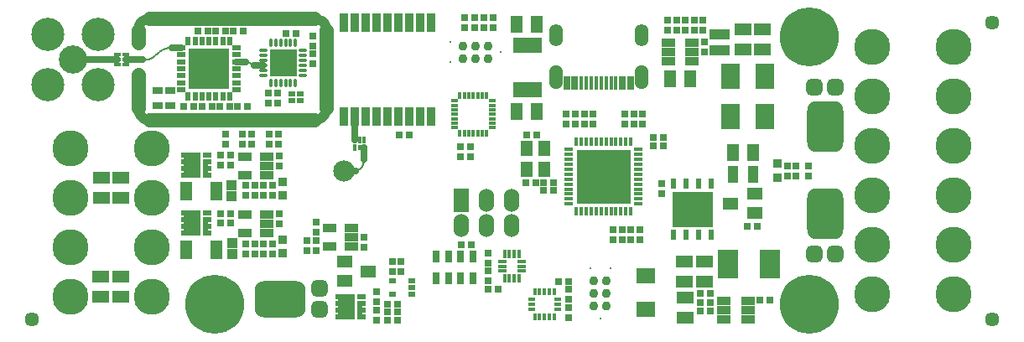
<source format=gts>
G04*
G04 #@! TF.GenerationSoftware,Altium Limited,Altium Designer,20.0.2 (26)*
G04*
G04 Layer_Color=8388736*
%FSLAX25Y25*%
%MOIN*%
G70*
G01*
G75*
%ADD73C,0.00660*%
%ADD74C,0.03937*%
%ADD75R,0.07284X0.10433*%
%ADD76R,0.03347X0.03347*%
%ADD77R,0.06496X0.04528*%
%ADD78R,0.07284X0.06102*%
%ADD79R,0.05315X0.03347*%
%ADD80R,0.21457X0.21457*%
%ADD81O,0.01575X0.03740*%
%ADD82O,0.03740X0.01575*%
%ADD83R,0.03347X0.07677*%
%ADD84R,0.03740X0.07677*%
%ADD85R,0.01378X0.02559*%
%ADD86R,0.01378X0.02362*%
G04:AMPARAMS|DCode=87|XSize=202.76mil|YSize=143.7mil|CornerRadius=37.4mil|HoleSize=0mil|Usage=FLASHONLY|Rotation=90.000|XOffset=0mil|YOffset=0mil|HoleType=Round|Shape=RoundedRectangle|*
%AMROUNDEDRECTD87*
21,1,0.20276,0.06890,0,0,90.0*
21,1,0.12795,0.14370,0,0,90.0*
1,1,0.07480,0.03445,0.06398*
1,1,0.07480,0.03445,-0.06398*
1,1,0.07480,-0.03445,-0.06398*
1,1,0.07480,-0.03445,0.06398*
%
%ADD87ROUNDEDRECTD87*%
G04:AMPARAMS|DCode=88|XSize=64.96mil|YSize=64.96mil|CornerRadius=17.72mil|HoleSize=0mil|Usage=FLASHONLY|Rotation=90.000|XOffset=0mil|YOffset=0mil|HoleType=Round|Shape=RoundedRectangle|*
%AMROUNDEDRECTD88*
21,1,0.06496,0.02953,0,0,90.0*
21,1,0.02953,0.06496,0,0,90.0*
1,1,0.03543,0.01476,0.01476*
1,1,0.03543,0.01476,-0.01476*
1,1,0.03543,-0.01476,-0.01476*
1,1,0.03543,-0.01476,0.01476*
%
%ADD88ROUNDEDRECTD88*%
G04:AMPARAMS|DCode=89|XSize=202.76mil|YSize=143.7mil|CornerRadius=37.4mil|HoleSize=0mil|Usage=FLASHONLY|Rotation=180.000|XOffset=0mil|YOffset=0mil|HoleType=Round|Shape=RoundedRectangle|*
%AMROUNDEDRECTD89*
21,1,0.20276,0.06890,0,0,180.0*
21,1,0.12795,0.14370,0,0,180.0*
1,1,0.07480,-0.06398,0.03445*
1,1,0.07480,0.06398,0.03445*
1,1,0.07480,0.06398,-0.03445*
1,1,0.07480,-0.06398,-0.03445*
%
%ADD89ROUNDEDRECTD89*%
G04:AMPARAMS|DCode=90|XSize=64.96mil|YSize=64.96mil|CornerRadius=17.72mil|HoleSize=0mil|Usage=FLASHONLY|Rotation=180.000|XOffset=0mil|YOffset=0mil|HoleType=Round|Shape=RoundedRectangle|*
%AMROUNDEDRECTD90*
21,1,0.06496,0.02953,0,0,180.0*
21,1,0.02953,0.06496,0,0,180.0*
1,1,0.03543,-0.01476,0.01476*
1,1,0.03543,0.01476,0.01476*
1,1,0.03543,0.01476,-0.01476*
1,1,0.03543,-0.01476,-0.01476*
%
%ADD90ROUNDEDRECTD90*%
%ADD91R,0.02591X0.02991*%
%ADD92R,0.01772X0.05512*%
%ADD93C,0.03689*%
%ADD94R,0.02953X0.05512*%
%ADD95R,0.11430X0.04737*%
%ADD96R,0.02991X0.02591*%
%ADD97R,0.11614X0.06496*%
%ADD98R,0.05091X0.07091*%
%ADD99R,0.04091X0.07091*%
%ADD100R,0.02559X0.02165*%
%ADD101R,0.03740X0.01968*%
%ADD102R,0.02362X0.07205*%
%ADD103R,0.06693X0.09882*%
%ADD104R,0.07091X0.05091*%
%ADD105R,0.04134X0.04134*%
%ADD106R,0.04591X0.07591*%
%ADD107O,0.01457X0.03347*%
%ADD108O,0.03347X0.01457*%
%ADD109R,0.11142X0.11142*%
%ADD110R,0.02756X0.01772*%
%ADD111R,0.01772X0.02756*%
%ADD112R,0.04091X0.03091*%
%ADD113R,0.02756X0.01575*%
%ADD114R,0.15847X0.15847*%
%ADD115R,0.03347X0.02165*%
%ADD116R,0.02165X0.03347*%
%ADD117R,0.16339X0.13976*%
%ADD118R,0.02362X0.04134*%
%ADD119R,0.02953X0.02244*%
%ADD120R,0.08465X0.11575*%
%ADD121R,0.08465X0.03937*%
%ADD122R,0.04921X0.06102*%
%ADD123R,0.02559X0.01575*%
%ADD124R,0.01575X0.02559*%
%ADD125R,0.01575X0.03248*%
%ADD126R,0.03248X0.01575*%
%ADD127R,0.02953X0.04921*%
%ADD128C,0.02628*%
%ADD129C,0.03022*%
%ADD130C,0.05512*%
%ADD131C,0.05701*%
%ADD132C,0.00984*%
%ADD133C,0.00591*%
%ADD134O,0.05315X0.08858*%
%ADD135O,0.05315X0.09646*%
%ADD136O,0.06102X0.09252*%
%ADD137R,0.06102X0.09252*%
%ADD138C,0.08465*%
%ADD139C,0.13189*%
%ADD140C,0.11221*%
%ADD141C,0.14370*%
%ADD142C,0.23425*%
D73*
X-62137Y0D02*
X-61108Y205D01*
X-60236Y787D01*
X-59568Y1602D01*
X-59071Y2532D01*
X-58765Y3540D01*
X-58661Y4589D01*
X-103937Y42520D02*
X-103283Y42083D01*
X-102511Y41929D01*
X-103937Y42520D02*
X-104809Y43102D01*
X-105838Y43307D01*
X-135310Y48819D02*
X-136341Y48751D01*
X-137355Y48550D01*
X-138333Y48217D01*
X-139261Y47760D01*
X-140120Y47186D01*
X-140897Y46505D01*
X-146715Y44094D02*
X-145641Y44165D01*
X-144586Y44375D01*
X-143567Y44721D01*
X-142601Y45197D01*
X-141706Y45795D01*
X-140897Y46505D01*
D74*
X-73819Y24803D02*
X-73819D01*
X-78347Y20276D02*
X-77339Y20389D01*
X-76382Y20724D01*
X-75524Y21263D01*
X-74807Y21980D01*
X-74267Y22839D01*
X-73932Y23796D01*
X-73819Y24803D01*
X-73819Y55905D02*
X-73932Y56913D01*
X-74267Y57870D01*
X-74807Y58728D01*
X-75524Y59445D01*
X-76382Y59985D01*
X-77339Y60320D01*
X-78346Y60433D01*
X-148622Y24803D02*
X-148509Y23796D01*
X-148174Y22839D01*
X-147634Y21980D01*
X-146917Y21263D01*
X-146059Y20724D01*
X-145102Y20389D01*
X-144095Y20276D01*
X-148622Y55905D02*
X-148622Y55905D01*
X-144095Y60433D02*
X-145102Y60320D01*
X-146059Y59985D01*
X-146917Y59445D01*
X-147634Y58728D01*
X-148174Y57870D01*
X-148509Y56913D01*
X-148622Y55905D01*
D75*
X86713Y37445D02*
D03*
Y21697D02*
D03*
X100394Y21654D02*
D03*
Y37402D02*
D03*
D76*
X105512Y2756D02*
D03*
Y-2756D02*
D03*
X-91244Y-4330D02*
D03*
Y-9842D02*
D03*
X-91241Y-32929D02*
D03*
Y-27417D02*
D03*
D77*
X87008Y-12992D02*
D03*
X96457Y-16732D02*
D03*
Y-9252D02*
D03*
X-66489Y-43752D02*
D03*
Y-36271D02*
D03*
X-57040Y-40012D02*
D03*
D78*
X53150Y-55118D02*
D03*
Y-41732D02*
D03*
D79*
X-63779Y-26378D02*
D03*
X-72441Y-22638D02*
D03*
Y-30118D02*
D03*
X-63779Y-30118D02*
D03*
Y-22638D02*
D03*
X-97543Y5709D02*
D03*
Y-1772D02*
D03*
X-106205Y-1772D02*
D03*
Y5709D02*
D03*
X-97543Y1969D02*
D03*
X-97539Y-21118D02*
D03*
X-106201Y-17378D02*
D03*
Y-24858D02*
D03*
X-97539Y-24858D02*
D03*
Y-17378D02*
D03*
X84252Y-55512D02*
D03*
X93701Y-59252D02*
D03*
Y-55512D02*
D03*
Y-51772D02*
D03*
X84252D02*
D03*
Y-59252D02*
D03*
X62205Y47244D02*
D03*
X71653Y43504D02*
D03*
Y47244D02*
D03*
Y50984D02*
D03*
X62205D02*
D03*
Y43504D02*
D03*
D80*
X36417Y-2362D02*
D03*
D81*
X25591Y11417D02*
D03*
X27559D02*
D03*
X29528D02*
D03*
X31496D02*
D03*
X33465D02*
D03*
X35433D02*
D03*
X37402D02*
D03*
X39370D02*
D03*
X41339D02*
D03*
X43307D02*
D03*
X45276D02*
D03*
X47244D02*
D03*
Y-16142D02*
D03*
X45276D02*
D03*
X43307D02*
D03*
X41339D02*
D03*
X39370D02*
D03*
X37402D02*
D03*
X35433D02*
D03*
X33465D02*
D03*
X31496D02*
D03*
X29528D02*
D03*
X27559D02*
D03*
X25591D02*
D03*
D82*
X50197Y8465D02*
D03*
Y6496D02*
D03*
Y4528D02*
D03*
Y2559D02*
D03*
Y591D02*
D03*
Y-1378D02*
D03*
Y-3347D02*
D03*
Y-5315D02*
D03*
Y-7283D02*
D03*
Y-9252D02*
D03*
Y-11220D02*
D03*
Y-13189D02*
D03*
X22638D02*
D03*
Y-11220D02*
D03*
Y-9252D02*
D03*
Y-7283D02*
D03*
Y-5315D02*
D03*
Y-3347D02*
D03*
Y-1378D02*
D03*
Y591D02*
D03*
Y2559D02*
D03*
Y4528D02*
D03*
Y6496D02*
D03*
Y8465D02*
D03*
D83*
X-32283Y21457D02*
D03*
X-66929D02*
D03*
Y58858D02*
D03*
X-32283D02*
D03*
D84*
X-36614Y21457D02*
D03*
X-40945D02*
D03*
X-45276D02*
D03*
X-49606D02*
D03*
X-53937D02*
D03*
X-58268D02*
D03*
X-62598D02*
D03*
Y58858D02*
D03*
X-58268D02*
D03*
X-53937D02*
D03*
X-49606D02*
D03*
X-45276D02*
D03*
X-40945D02*
D03*
X-36614D02*
D03*
D85*
X-62598Y9154D02*
D03*
X-58661D02*
D03*
Y12106D02*
D03*
X-60630D02*
D03*
D86*
Y9154D02*
D03*
X-62598Y12106D02*
D03*
D87*
X124409Y-17224D02*
D03*
X124409Y17421D02*
D03*
D88*
X128504Y-32972D02*
D03*
X120315D02*
D03*
X128504Y33169D02*
D03*
X120315D02*
D03*
D89*
X-92126Y-50984D02*
D03*
D90*
X-76378Y-46890D02*
D03*
Y-55079D02*
D03*
D91*
X22472Y-44094D02*
D03*
X18473D02*
D03*
X-16553Y9422D02*
D03*
X-20553D02*
D03*
X-120835Y55512D02*
D03*
X-124835D02*
D03*
X60268Y13386D02*
D03*
X56268D02*
D03*
X-49398Y-59303D02*
D03*
X-45398D02*
D03*
X-44700Y14200D02*
D03*
X-40700D02*
D03*
X78772Y-55905D02*
D03*
X74772D02*
D03*
Y-52362D02*
D03*
X78772D02*
D03*
X-49398Y-56154D02*
D03*
X-45398D02*
D03*
X-115681Y-16949D02*
D03*
X-111681D02*
D03*
X-115685Y6137D02*
D03*
X-111685D02*
D03*
X-111681Y-20887D02*
D03*
X-115681D02*
D03*
X-111685Y2200D02*
D03*
X-115685D02*
D03*
X97669Y-22047D02*
D03*
X93669D02*
D03*
X78772Y-48819D02*
D03*
X74772D02*
D03*
X98394Y-51575D02*
D03*
X102394D02*
D03*
X60268Y9843D02*
D03*
X56268D02*
D03*
X12567Y-7874D02*
D03*
X16567D02*
D03*
X-16504Y5512D02*
D03*
X-20504D02*
D03*
X-85795Y54724D02*
D03*
X-89795D02*
D03*
X-45398Y-53004D02*
D03*
X-49398D02*
D03*
X12567Y-4724D02*
D03*
X16567D02*
D03*
X5480D02*
D03*
X9480D02*
D03*
X9874Y14173D02*
D03*
X5874D02*
D03*
X-9480Y-47244D02*
D03*
X-5480D02*
D03*
X-116173Y25591D02*
D03*
X-112173D02*
D03*
X-117748Y55512D02*
D03*
X-113748D02*
D03*
X-126347Y25591D02*
D03*
X-130347D02*
D03*
X-106661Y55512D02*
D03*
X-110661D02*
D03*
X-123260Y25591D02*
D03*
X-119260D02*
D03*
X-105087D02*
D03*
X-109087D02*
D03*
X-20110Y-29528D02*
D03*
X-16110D02*
D03*
D92*
X35433Y34744D02*
D03*
X37402D02*
D03*
X41339D02*
D03*
X39370D02*
D03*
X33465D02*
D03*
X31496D02*
D03*
X29528D02*
D03*
X27559D02*
D03*
D93*
X37677Y-53819D02*
D03*
X32677D02*
D03*
X37677Y-48819D02*
D03*
X32677D02*
D03*
X37677Y-43819D02*
D03*
X32677D02*
D03*
X-9567Y49606D02*
D03*
Y44606D02*
D03*
X-14567Y49606D02*
D03*
Y44606D02*
D03*
X-19567Y49606D02*
D03*
Y44606D02*
D03*
D94*
X47047Y34744D02*
D03*
X43898D02*
D03*
X25000D02*
D03*
X21850D02*
D03*
D95*
X-111221Y60433D02*
D03*
X-111221Y20276D02*
D03*
D96*
X-103543Y10598D02*
D03*
Y14598D02*
D03*
X-107087Y10598D02*
D03*
Y14598D02*
D03*
X43701Y-27591D02*
D03*
Y-23591D02*
D03*
X47244Y-27591D02*
D03*
Y-23591D02*
D03*
X-81496Y-31921D02*
D03*
Y-27921D02*
D03*
X-92913Y14598D02*
D03*
Y10598D02*
D03*
X-96457Y14598D02*
D03*
Y10598D02*
D03*
X-113779Y14598D02*
D03*
Y10598D02*
D03*
X-14961Y57055D02*
D03*
Y61055D02*
D03*
X-44248Y-40043D02*
D03*
Y-36043D02*
D03*
X-47398Y-40043D02*
D03*
Y-36043D02*
D03*
X-53937Y-48000D02*
D03*
Y-52000D02*
D03*
X61811Y59874D02*
D03*
Y55874D02*
D03*
X44882Y22472D02*
D03*
Y18472D02*
D03*
X32283Y22472D02*
D03*
Y18472D02*
D03*
X28740Y22472D02*
D03*
Y18472D02*
D03*
X48425D02*
D03*
Y22472D02*
D03*
X-11024Y61055D02*
D03*
Y57055D02*
D03*
X-53937Y-59480D02*
D03*
Y-55480D02*
D03*
X-95177Y-32961D02*
D03*
Y-28960D02*
D03*
X-95181Y-9874D02*
D03*
Y-5874D02*
D03*
X-92421Y-17150D02*
D03*
Y-21149D02*
D03*
X-92425Y5937D02*
D03*
Y1937D02*
D03*
X-102264Y-28960D02*
D03*
Y-32961D02*
D03*
X-102268Y-5874D02*
D03*
Y-9874D02*
D03*
X-105807Y-28960D02*
D03*
Y-32961D02*
D03*
X-105811Y-5874D02*
D03*
Y-9874D02*
D03*
X65354Y55874D02*
D03*
Y59874D02*
D03*
X51968Y22472D02*
D03*
Y18472D02*
D03*
X109449Y2000D02*
D03*
Y-2000D02*
D03*
X117717D02*
D03*
Y2000D02*
D03*
X40157Y-27591D02*
D03*
Y-23591D02*
D03*
X50787D02*
D03*
Y-27591D02*
D03*
X75984Y55874D02*
D03*
Y59874D02*
D03*
X72441Y55874D02*
D03*
Y59874D02*
D03*
X-18898Y57055D02*
D03*
Y61055D02*
D03*
X68898Y59874D02*
D03*
Y55874D02*
D03*
X76378Y51213D02*
D03*
Y47213D02*
D03*
X21654Y22472D02*
D03*
Y18472D02*
D03*
X25197Y22472D02*
D03*
Y18472D02*
D03*
X59449Y-9087D02*
D03*
Y-5087D02*
D03*
X-7500Y61000D02*
D03*
Y57000D02*
D03*
X-96850Y26740D02*
D03*
Y30740D02*
D03*
X-93307Y26740D02*
D03*
Y30740D02*
D03*
X-79134Y53575D02*
D03*
Y49575D02*
D03*
Y42488D02*
D03*
Y46488D02*
D03*
X-98721Y-28960D02*
D03*
Y-32961D02*
D03*
X-98724Y-5874D02*
D03*
Y-9874D02*
D03*
X112992Y-2000D02*
D03*
Y2000D02*
D03*
X-9449Y-36646D02*
D03*
Y-32646D02*
D03*
X22441Y-54299D02*
D03*
Y-58299D02*
D03*
Y-51213D02*
D03*
Y-47213D02*
D03*
X-9449Y-39732D02*
D03*
Y-43732D02*
D03*
X-77953Y-27921D02*
D03*
Y-31921D02*
D03*
Y-24441D02*
D03*
Y-20441D02*
D03*
X-58661Y-26346D02*
D03*
Y-30347D02*
D03*
D97*
X6299Y49803D02*
D03*
Y32087D02*
D03*
D98*
X9843Y58268D02*
D03*
X1843D02*
D03*
X9905Y23622D02*
D03*
X1905D02*
D03*
X87732Y7087D02*
D03*
X95732D02*
D03*
X62929Y36614D02*
D03*
X70929D02*
D03*
D99*
X87732Y-1575D02*
D03*
X95732D02*
D03*
D100*
X-87402Y30512D02*
D03*
Y27756D02*
D03*
X-84252Y30512D02*
D03*
Y27756D02*
D03*
D101*
X-121063Y-16929D02*
D03*
Y-19567D02*
D03*
Y-22205D02*
D03*
Y-24843D02*
D03*
X-129921D02*
D03*
Y-22205D02*
D03*
Y-19567D02*
D03*
Y-16929D02*
D03*
X-121067Y6157D02*
D03*
Y3520D02*
D03*
Y882D02*
D03*
Y-1756D02*
D03*
X-129925D02*
D03*
Y882D02*
D03*
Y3520D02*
D03*
Y6157D02*
D03*
X-59744Y-50137D02*
D03*
Y-52775D02*
D03*
Y-55413D02*
D03*
Y-58051D02*
D03*
X-68602D02*
D03*
Y-55413D02*
D03*
Y-52775D02*
D03*
Y-50137D02*
D03*
D102*
X-121763Y-22229D02*
D03*
X-121767Y857D02*
D03*
X-60444Y-55437D02*
D03*
D103*
X-127067Y-20886D02*
D03*
X-127071Y2201D02*
D03*
X-65748Y-54094D02*
D03*
D104*
X-163386Y-42063D02*
D03*
Y-50063D02*
D03*
X-155512Y-42063D02*
D03*
Y-50063D02*
D03*
X-162992Y-2693D02*
D03*
Y-10693D02*
D03*
X-155512Y-2693D02*
D03*
Y-10693D02*
D03*
X68504Y-44157D02*
D03*
Y-36158D02*
D03*
X76378Y-44157D02*
D03*
Y-36158D02*
D03*
X68898Y-50331D02*
D03*
Y-58331D02*
D03*
X91732Y48362D02*
D03*
Y56362D02*
D03*
X99606Y48362D02*
D03*
Y56362D02*
D03*
D105*
X-111319Y-28760D02*
D03*
Y-33160D02*
D03*
X-111323Y-5674D02*
D03*
Y-10074D02*
D03*
D106*
X-117524Y-31354D02*
D03*
X-129524D02*
D03*
X-117527Y-8268D02*
D03*
X-129527D02*
D03*
D107*
X-95866Y35039D02*
D03*
X-93898D02*
D03*
X-91929D02*
D03*
X-89961D02*
D03*
X-87992D02*
D03*
X-86024D02*
D03*
Y50787D02*
D03*
X-87992D02*
D03*
X-89961D02*
D03*
X-91929D02*
D03*
X-93898D02*
D03*
X-95866D02*
D03*
D108*
X-83071Y37992D02*
D03*
Y39961D02*
D03*
Y41929D02*
D03*
Y43898D02*
D03*
Y45866D02*
D03*
Y47835D02*
D03*
X-98819D02*
D03*
Y45866D02*
D03*
Y43898D02*
D03*
Y41929D02*
D03*
Y39961D02*
D03*
Y37992D02*
D03*
D109*
X-90945Y42913D02*
D03*
D110*
X-22835Y17126D02*
D03*
Y18898D02*
D03*
Y20669D02*
D03*
Y22441D02*
D03*
Y24213D02*
D03*
Y25984D02*
D03*
Y27756D02*
D03*
X-7874D02*
D03*
Y25984D02*
D03*
Y24213D02*
D03*
Y22441D02*
D03*
Y20669D02*
D03*
Y18898D02*
D03*
Y17126D02*
D03*
D111*
X-20669Y29921D02*
D03*
X-18898D02*
D03*
X-17126D02*
D03*
X-15354D02*
D03*
X-13583D02*
D03*
X-11811D02*
D03*
X-10039D02*
D03*
Y14961D02*
D03*
X-11811D02*
D03*
X-13583D02*
D03*
X-15354D02*
D03*
X-17126D02*
D03*
X-18898D02*
D03*
X-20669D02*
D03*
D112*
X-140945Y25740D02*
D03*
Y31740D02*
D03*
X-135827Y25740D02*
D03*
Y31740D02*
D03*
D113*
X-153543Y42126D02*
D03*
Y44094D02*
D03*
Y46063D02*
D03*
X-156693D02*
D03*
Y44094D02*
D03*
Y42126D02*
D03*
D114*
X-120472Y40551D02*
D03*
D115*
X-131496Y32283D02*
D03*
Y35039D02*
D03*
Y37795D02*
D03*
Y40551D02*
D03*
Y43307D02*
D03*
Y46063D02*
D03*
Y48819D02*
D03*
X-109449Y48819D02*
D03*
Y46063D02*
D03*
Y43307D02*
D03*
Y40551D02*
D03*
Y37795D02*
D03*
Y35039D02*
D03*
Y32283D02*
D03*
D116*
X-112205Y29528D02*
D03*
X-114961D02*
D03*
X-117717D02*
D03*
X-120472D02*
D03*
X-123228D02*
D03*
X-125984D02*
D03*
X-128740D02*
D03*
Y51575D02*
D03*
X-125984D02*
D03*
X-123228D02*
D03*
X-120472D02*
D03*
X-117717D02*
D03*
X-114961D02*
D03*
X-112205D02*
D03*
D117*
X71791Y-15354D02*
D03*
D118*
X64291Y-5118D02*
D03*
X69291D02*
D03*
X74291D02*
D03*
X79291D02*
D03*
Y-25591D02*
D03*
X74291D02*
D03*
X69291D02*
D03*
X64291D02*
D03*
D119*
X-39961Y-49016D02*
D03*
Y-46457D02*
D03*
Y-43898D02*
D03*
X-47441D02*
D03*
Y-49016D02*
D03*
D120*
X102362Y-37008D02*
D03*
X85827D02*
D03*
D121*
X82677Y54331D02*
D03*
Y48031D02*
D03*
D122*
X5906Y394D02*
D03*
X12992D02*
D03*
X5906Y9055D02*
D03*
X12992D02*
D03*
D123*
X7842Y-51161D02*
D03*
Y-53130D02*
D03*
Y-55098D02*
D03*
X18079D02*
D03*
Y-51161D02*
D03*
Y-53130D02*
D03*
D124*
X9024Y-58248D02*
D03*
X10992D02*
D03*
X12961D02*
D03*
X14929D02*
D03*
X16898D02*
D03*
Y-48012D02*
D03*
X14929D02*
D03*
X12961D02*
D03*
X10992D02*
D03*
X9024D02*
D03*
D125*
X2921Y-32998D02*
D03*
X953D02*
D03*
X-1016D02*
D03*
X-2984D02*
D03*
Y-42939D02*
D03*
X-1016D02*
D03*
X953D02*
D03*
X2921D02*
D03*
D126*
X-3984Y-37969D02*
D03*
Y-39937D02*
D03*
Y-36000D02*
D03*
X3921D02*
D03*
Y-39937D02*
D03*
Y-37969D02*
D03*
D127*
X-30217Y-42913D02*
D03*
X-25295D02*
D03*
X-20374D02*
D03*
X-15453D02*
D03*
X-30217Y-34252D02*
D03*
X-25295D02*
D03*
X-20374D02*
D03*
X-15453D02*
D03*
D128*
X-174409Y44094D02*
X-156693D01*
X-109449Y43307D02*
X-105838D01*
X-102511Y41929D02*
X-98819D01*
X-58661Y4589D02*
Y9154D01*
X-66929Y0D02*
X-62137D01*
X-62598Y12106D02*
Y21457D01*
X-135310Y48819D02*
X-131496D01*
X-153543Y44094D02*
X-146715D01*
D129*
X-174409Y44094D02*
X-174409Y44094D01*
D130*
X-144095Y60433D02*
X-78346D01*
X-144095Y20276D02*
X-78347D01*
X-73819Y24803D02*
Y55905D01*
X-148622Y50984D02*
Y55905D01*
Y24803D02*
Y38386D01*
D131*
X190945Y59055D02*
D03*
Y-59055D02*
D03*
X-190945D02*
D03*
D132*
X35177Y-58819D02*
D03*
X31177Y-38819D02*
D03*
X39177D02*
D03*
X-4567Y47106D02*
D03*
X-24567Y43106D02*
D03*
Y51106D02*
D03*
D133*
X23071Y39350D02*
D03*
X45827D02*
D03*
D134*
X51457Y53839D02*
D03*
X17441D02*
D03*
D135*
X51457Y37382D02*
D03*
X17441D02*
D03*
D136*
X-236Y-11654D02*
D03*
X-10236D02*
D03*
X-20236Y-21654D02*
D03*
X-10236D02*
D03*
X-236D02*
D03*
D137*
X-20236Y-11654D02*
D03*
D138*
X-66929Y0D02*
D03*
D139*
X-164409Y34095D02*
D03*
Y54094D02*
D03*
X-184409D02*
D03*
Y34095D02*
D03*
D140*
X-174409Y44094D02*
D03*
D141*
X-175591Y8858D02*
D03*
Y-10827D02*
D03*
Y-30512D02*
D03*
Y-50197D02*
D03*
X-143307D02*
D03*
Y-30512D02*
D03*
Y-10827D02*
D03*
Y8858D02*
D03*
X143307Y-49213D02*
D03*
Y-29528D02*
D03*
Y-9843D02*
D03*
Y9843D02*
D03*
Y29528D02*
D03*
X175591D02*
D03*
Y9843D02*
D03*
Y-9843D02*
D03*
Y-29528D02*
D03*
Y-49213D02*
D03*
Y49213D02*
D03*
X143307D02*
D03*
D142*
X-118110Y-53150D02*
D03*
X118110Y53150D02*
D03*
Y-53150D02*
D03*
M02*

</source>
